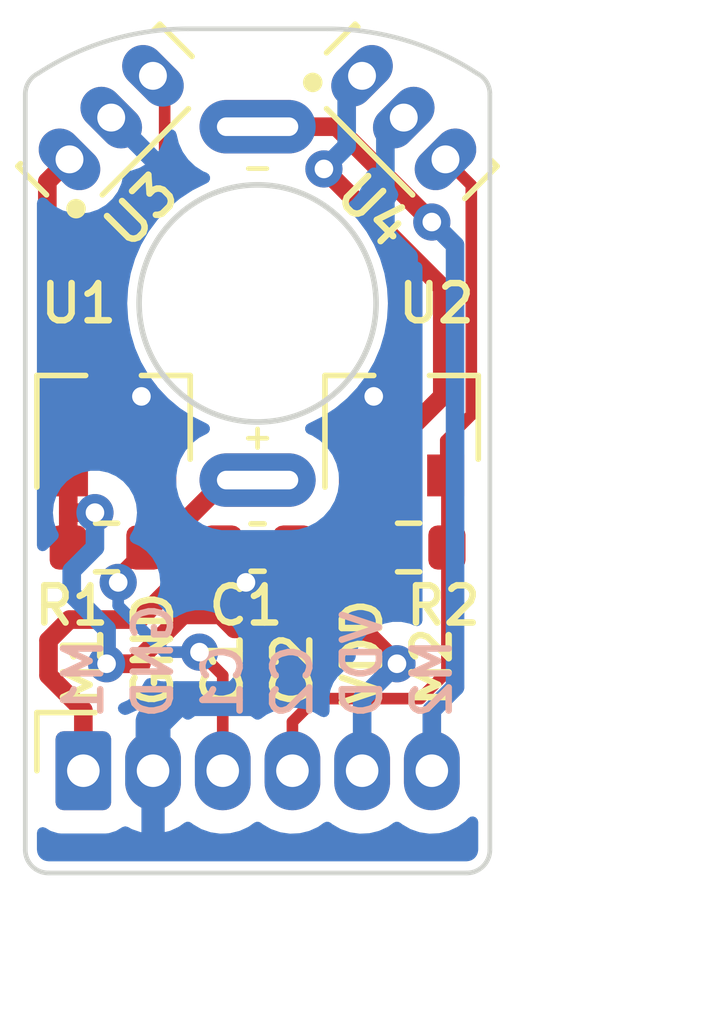
<source format=kicad_pcb>
(kicad_pcb (version 20221018) (generator pcbnew)
  (layers (0 "F.Cu" signal) (31 "B.Cu" signal) (34 "B.Paste" user) (35 "F.Paste" user) (36 "B.SilkS" user "B.Silkscreen") (37 "F.SilkS" user "F.Silkscreen") (38 "B.Mask" user) (39 "F.Mask" user) (44 "Edge.Cuts" user))
  (net 0 "")
  (net 1 "/M1")
  (net 2 "/M2")
  (net 3 "VDD")
  (net 4 "GND")
  (net 5 "/C1")
  (net 6 "/C2")
  (footprint "Capacitor_SMD:C_0603_1608Metric" (layer "F.Cu") (at 35 40.25 180)
    (fp_text reference "C1" (at 0.25 -1.25) (layer "F.SilkS") (effects (font (size 0.8 0.8) (thickness 0.14) bold)))
    (fp_text value "100nF")
    (fp_line (start -0.14058 -0.51) (end 0.14058 -0.51) (stroke (width 0.12)) (layer "F.SilkS"))
    (fp_line (start -0.14058 0.51) (end 0.14058 0.51) (stroke (width 0.12)) (layer "F.SilkS"))
    (pad "1" smd roundrect (at -0.775 0 180) (size 0.9 0.95) (layers "F.Cu" "F.Paste" "F.Mask") (net 3 "VDD"))
    (pad "2" smd roundrect (at 0.775 0 180) (size 0.9 0.95) (layers "F.Cu" "F.Paste" "F.Mask") (net 4 "GND"))
  )
  (footprint "Resistor_SMD:R_0603_1608Metric" (layer "F.Cu") (at 31.75 40.25)
    (fp_text reference "R1" (at -0.75 1.25) (layer "F.SilkS") (effects (font (size 0.8 0.8) (thickness 0.14) bold)))
    (fp_text value "10k")
    (fp_line (start -0.237258 -0.5225) (end 0.237258 -0.5225) (stroke (width 0.12)) (layer "F.SilkS"))
    (fp_line (start -0.237258 0.5225) (end 0.237258 0.5225) (stroke (width 0.12)) (layer "F.SilkS"))
    (pad "1" smd roundrect (at -0.825 0) (size 0.8 0.95) (layers "F.Cu" "F.Paste" "F.Mask") (net 3 "VDD"))
    (pad "2" smd roundrect (at 0.825 0) (size 0.8 0.95) (layers "F.Cu" "F.Paste" "F.Mask") (net 5 "/C1"))
  )
  (footprint "Package_TO_SOT_SMD:SC-59" (layer "F.Cu") (at 38.1 37.5 90)
    (fp_text reference "U2" (at 2.5 0.75) (layer "F.SilkS") (effects (font (size 0.8 0.8) (thickness 0.14) bold)))
    (fp_text value "TLE4946-2K")
    (fp_line (start -1.45 -1.65) (end 0.95 -1.65) (stroke (width 0.12)) (layer "F.SilkS"))
    (fp_line (start -0.85 1.65) (end 0.95 1.65) (stroke (width 0.12)) (layer "F.SilkS"))
    (fp_line (start 0.95 -1.65) (end 0.95 -0.6) (stroke (width 0.12)) (layer "F.SilkS"))
    (fp_line (start 0.95 1.65) (end 0.95 0.6) (stroke (width 0.12)) (layer "F.SilkS"))
    (pad "1" smd rect (at -1.2 -0.95 90) (size 0.9 0.8) (layers "F.Cu" "F.Paste" "F.Mask") (net 3 "VDD"))
    (pad "2" smd rect (at -1.2 0.95 90) (size 0.9 0.8) (layers "F.Cu" "F.Paste" "F.Mask") (net 6 "/C2"))
    (pad "3" smd rect (at 1.2 0 90) (size 0.9 0.8) (layers "F.Cu" "F.Paste" "F.Mask") (net 4 "GND"))
  )
  (footprint "n20-encoder:CHF-GW12T-N20VA" (layer "F.Cu") (at 35 35 90)
    (fp_text reference "M1" hide)
    (fp_text value "N20")
    (fp_circle (center 0 0) (end 2.55 0) (stroke (width 0.12)) (fill none) (layer "Edge.Cuts"))
    (pad "1" thru_hole oval locked (at -3.8 0 90) (size 1.15 2.5) (drill oval 0.4 1.75) (layers "*.Cu" "*.Mask") (net 1 "/M1"))
    (pad "2" thru_hole oval locked (at 3.8 0 90) (size 1.15 2.5) (drill oval 0.4 1.75) (layers "*.Cu" "*.Mask") (net 2 "/M2"))
  )
  (footprint "Package_TO_SOT_SMD:SC-59" (layer "F.Cu") (at 31.9 37.5 90)
    (fp_text reference "U1" (at 2.5 -0.75) (layer "F.SilkS") (effects (font (size 0.8 0.8) (thickness 0.14) bold)))
    (fp_text value "TLE4946-2K")
    (fp_line (start -1.45 -1.65) (end 0.95 -1.65) (stroke (width 0.12)) (layer "F.SilkS"))
    (fp_line (start -0.85 1.65) (end 0.95 1.65) (stroke (width 0.12)) (layer "F.SilkS"))
    (fp_line (start 0.95 -1.65) (end 0.95 -0.6) (stroke (width 0.12)) (layer "F.SilkS"))
    (fp_line (start 0.95 1.65) (end 0.95 0.6) (stroke (width 0.12)) (layer "F.SilkS"))
    (pad "1" smd rect (at -1.2 -0.95 90) (size 0.9 0.8) (layers "F.Cu" "F.Paste" "F.Mask") (net 3 "VDD"))
    (pad "2" smd rect (at -1.2 0.95 90) (size 0.9 0.8) (layers "F.Cu" "F.Paste" "F.Mask") (net 5 "/C1"))
    (pad "3" smd rect (at 1.2 0 90) (size 0.9 0.8) (layers "F.Cu" "F.Paste" "F.Mask") (net 4 "GND"))
  )
  (footprint "n20-encoder:SIP-3_4.1x1.5mm_P1.27mm" (layer "F.Cu") (at 30.951974 31.902063 45)
    (fp_text reference "U3" (at 0.318261 1.870978 45) (layer "F.SilkS") (effects (font (size 0.8 0.8) (thickness 0.14) bold)))
    (fp_text value "AH17x")
    (fp_line (start -0.89 -0.68) (end -0.89 0.19) (stroke (width 0.12)) (layer "F.SilkS"))
    (fp_line (start -0.81 -0.68) (end -0.89 -0.68) (stroke (width 0.12)) (layer "F.SilkS"))
    (fp_line (start -0.04 1.04) (end 2.58 1.04) (stroke (width 0.12)) (layer "F.SilkS"))
    (fp_line (start 3.25 -0.68) (end 3.43 -0.68) (stroke (width 0.12)) (layer "F.SilkS"))
    (fp_line (start 3.43 -0.68) (end 3.43 0.3) (stroke (width 0.12)) (layer "F.SilkS"))
    (fp_circle (center -0.65 0.85) (end -0.5 0.85) (stroke (width 0.12)) (fill solid) (layer "F.SilkS"))
    (pad "1" thru_hole oval (at 0 0 45) (size 0.9 1.5) (drill 0.6) (layers "*.Cu" "*.Mask") (net 3 "VDD"))
    (pad "2" thru_hole oval (at 1.27 0 45) (size 0.9 1.5) (drill 0.6) (layers "*.Cu" "*.Mask") (net 4 "GND"))
    (pad "3" thru_hole oval (at 2.54 0 45) (size 0.9 1.5) (drill 0.6) (layers "*.Cu" "*.Mask") (net 5 "/C1"))
  )
  (footprint "Resistor_SMD:R_0603_1608Metric" (layer "F.Cu") (at 38.25 40.25)
    (fp_text reference "R2" (at 0.75 1.25) (layer "F.SilkS") (effects (font (size 0.8 0.8) (thickness 0.14))))
    (fp_text value "10k")
    (fp_line (start -0.237258 -0.5225) (end 0.237258 -0.5225) (stroke (width 0.12)) (layer "F.SilkS"))
    (fp_line (start -0.237258 0.5225) (end 0.237258 0.5225) (stroke (width 0.12)) (layer "F.SilkS"))
    (pad "1" smd roundrect (at -0.825 0) (size 0.8 0.95) (layers "F.Cu" "F.Paste" "F.Mask") (net 3 "VDD"))
    (pad "2" smd roundrect (at 0.825 0) (size 0.8 0.95) (layers "F.Cu" "F.Paste" "F.Mask") (net 6 "/C2"))
  )
  (footprint "n20-encoder:JST_ZH_B6B-ZR-A_1x06_P1.50mm_Vertical" (layer "F.Cu") (at 31.25 45.05)
    (fp_text reference "J1" hide)
    (fp_text value "CONN")
    (fp_line (start -1 -1.25) (end -1 0) (stroke (width 0.12)) (layer "F.SilkS"))
    (fp_line (start 0.25 -1.25) (end -1 -1.25) (stroke (width 0.12)) (layer "F.SilkS"))
    (pad "1" thru_hole roundrect (at 0 0) (size 1.2 1.7) (drill 0.7) (layers "*.Cu" "*.Mask") (roundrect_rratio 0.147059) (net 1 "/M1"))
    (pad "2" thru_hole oval (at 1.5 0) (size 1.2 1.7) (drill 0.7) (layers "*.Cu" "*.Mask") (net 4 "GND"))
    (pad "3" thru_hole oval (at 3 0) (size 1.2 1.7) (drill 0.7) (layers "*.Cu" "*.Mask") (net 5 "/C1"))
    (pad "4" thru_hole oval (at 4.5 0) (size 1.2 1.7) (drill 0.7) (layers "*.Cu" "*.Mask") (net 6 "/C2"))
    (pad "5" thru_hole oval (at 6 0) (size 1.2 1.7) (drill 0.7) (layers "*.Cu" "*.Mask") (net 3 "VDD"))
    (pad "6" thru_hole oval (at 7.5 0) (size 1.2 1.7) (drill 0.7) (layers "*.Cu" "*.Mask") (net 2 "/M2"))
  )
  (footprint "n20-encoder:SIP-3_4.1x1.5mm_P1.27mm" (layer "F.Cu") (at 37.247936 30.106012 -45)
    (fp_text reference "U4" (at 2.224595 1.868122 135) (layer "F.SilkS") (effects (font (size 0.8 0.8) (thickness 0.14) bold)))
    (fp_text value "AH17x")
    (fp_line (start -0.89 -0.68) (end -0.89 0.19) (stroke (width 0.12)) (layer "F.SilkS"))
    (fp_line (start -0.81 -0.68) (end -0.89 -0.68) (stroke (width 0.12)) (layer "F.SilkS"))
    (fp_line (start -0.04 1.04) (end 2.58 1.04) (stroke (width 0.12)) (layer "F.SilkS"))
    (fp_line (start 3.25 -0.68) (end 3.43 -0.68) (stroke (width 0.12)) (layer "F.SilkS"))
    (fp_line (start 3.43 -0.68) (end 3.43 0.3) (stroke (width 0.12)) (layer "F.SilkS"))
    (fp_circle (center -0.65 0.85) (end -0.5 0.85) (stroke (width 0.12)) (fill solid) (layer "F.SilkS"))
    (pad "1" thru_hole oval (at 0 0 315) (size 0.9 1.5) (drill 0.6) (layers "*.Cu" "*.Mask") (net 3 "VDD"))
    (pad "2" thru_hole oval (at 1.27 0 315) (size 0.9 1.5) (drill 0.6) (layers "*.Cu" "*.Mask") (net 4 "GND"))
    (pad "3" thru_hole oval (at 2.54 0 315) (size 0.9 1.5) (drill 0.6) (layers "*.Cu" "*.Mask") (net 6 "/C2"))
  )
  (gr_line (start 34.8 37.9) (end 35.2 37.9) (stroke (width 0.1)) (layer "F.SilkS"))
  (gr_line (start 34.8 32.1) (end 35.2 32.1) (stroke (width 0.1)) (layer "F.SilkS"))
  (gr_line (start 35 37.7) (end 35 38.1) (stroke (width 0.1)) (layer "F.SilkS"))
  (gr_arc (start 39.723607 30.052786) (mid 39.925326 30.237134) (end 40 30.5) (stroke (width 0.1)) (layer "Edge.Cuts"))
  (gr_line (start 33.5 29.095209) (end 36.5 29.095209) (stroke (width 0.1)) (layer "Edge.Cuts"))
  (gr_line (start 30.5 47.25) (end 39.5 47.25) (stroke (width 0.1)) (layer "Edge.Cuts"))
  (gr_arc (start 30.5 47.25) (mid 30.146447 47.103553) (end 30 46.75) (stroke (width 0.1)) (layer "Edge.Cuts"))
  (gr_line (start 40 30.5) (end 40 46.75) (stroke (width 0.1)) (layer "Edge.Cuts"))
  (gr_arc (start 40 46.75) (mid 39.853553 47.103553) (end 39.5 47.25) (stroke (width 0.1)) (layer "Edge.Cuts"))
  (gr_line (start 30 30.5) (end 30 46.75) (stroke (width 0.1)) (layer "Edge.Cuts"))
  (gr_arc (start 30.276394 30.052787) (mid 31.818588 29.339664) (end 33.5 29.095209) (stroke (width 0.1)) (layer "Edge.Cuts"))
  (gr_arc (start 36.5 29.095209) (mid 38.181413 29.339664) (end 39.723606 30.052787) (stroke (width 0.1)) (layer "Edge.Cuts"))
  (gr_arc (start 30 30.5) (mid 30.074675 30.237134) (end 30.276393 30.052786) (stroke (width 0.1)) (layer "Edge.Cuts"))
  (gr_text "C2" (at 35.75 44 90) (layer "B.SilkS") (effects (font (size 0.8 0.8) (thickness 0.14) bold) (justify right mirror)))
  (gr_text "M1" (at 31.25 44 90) (layer "B.SilkS") (effects (font (size 0.8 0.8) (thickness 0.14) bold) (justify right mirror)))
  (gr_text "M2\n" (at 38.75 44 90) (layer "B.SilkS") (effects (font (size 0.8 0.8) (thickness 0.14) bold) (justify right mirror)))
  (gr_text "VDD" (at 37.25 44 90) (layer "B.SilkS") (effects (font (size 0.8 0.8) (thickness 0.14) bold) (justify right mirror)))
  (gr_text "C1" (at 34.25 44 90) (layer "B.SilkS") (effects (font (size 0.8 0.8) (thickness 0.14) bold) (justify right mirror)))
  (gr_text "GND" (at 32.75 44 90) (layer "B.SilkS") (effects (font (size 0.8 0.8) (thickness 0.14) bold) (justify right mirror)))
  (gr_text "M1" (at 31.25 43.75 90) (layer "F.SilkS") (effects (font (size 0.8 0.8) (thickness 0.14) bold) (justify left)))
  (gr_text "C2" (at 35.75 43.75 90) (layer "F.SilkS") (effects (font (size 0.8 0.8) (thickness 0.14) bold) (justify left)))
  (gr_text "GND" (at 32.75 43.75 90) (layer "F.SilkS") (effects (font (size 0.8 0.8) (thickness 0.14) bold) (justify left)))
  (gr_text "M2\n" (at 38.75 43.75 90) (layer "F.SilkS") (effects (font (size 0.8 0.8) (thickness 0.14) bold) (justify left)))
  (gr_text "C1" (at 34.25 43.75 90) (layer "F.SilkS") (effects (font (size 0.8 0.8) (thickness 0.14) bold) (justify left)))
  (gr_text "VDD" (at 37.25 43.75 90) (layer "F.SilkS") (effects (font (size 0.8 0.8) (thickness 0.14) bold) (justify left)))
  (segment (start 34.316117 38.8) (end 33.375 39.741117) (width 0.4) (layer "F.Cu") (net 1))
  (segment (start 30.5 43) (end 31.25 43.75) (width 0.4) (layer "F.Cu") (net 1))
  (segment (start 33.375 40.875) (end 32.45 41.8) (width 0.4) (layer "F.Cu") (net 1))
  (segment (start 30.5 42.25) (end 30.5 43) (width 0.4) (layer "F.Cu") (net 1))
  (segment (start 32.45 41.8) (end 30.95 41.8) (width 0.4) (layer "F.Cu") (net 1))
  (segment (start 31.25 43.75) (end 31.25 45.05) (width 0.4) (layer "F.Cu") (net 1))
  (segment (start 35 38.8) (end 34.316117 38.8) (width 0.4) (layer "F.Cu") (net 1))
  (segment (start 30.95 41.8) (end 30.5 42.25) (width 0.4) (layer "F.Cu") (net 1))
  (segment (start 33.375 39.741117) (end 33.375 40.875) (width 0.4) (layer "F.Cu") (net 1))
  (segment (start 36.7 31.2) (end 35 31.2) (width 0.4) (layer "F.Cu") (net 2))
  (segment (start 38.75 33.25) (end 36.7 31.2) (width 0.4) (layer "F.Cu") (net 2))
  (via (at 38.75 33.25) (size 0.8) (drill 0.4) (layers "F.Cu" "B.Cu") (net 2))
  (segment (start 39.25 43.25) (end 39.25 33.75) (width 0.4) (layer "B.Cu") (net 2))
  (segment (start 39.25 43.25) (end 38.75 43.75) (width 0.4) (layer "B.Cu") (net 2))
  (segment (start 39.25 33.75) (end 38.75 33.25) (width 0.4) (layer "B.Cu") (net 2))
  (segment (start 38.75 43.75) (end 38.75 45.05) (width 0.4) (layer "B.Cu") (net 2))
  (segment (start 30.925 40.25) (end 30.925 39.5) (width 0.4) (layer "F.Cu") (net 3))
  (segment (start 37.425 39.675) (end 37.425 40.25) (width 0.4) (layer "F.Cu") (net 3))
  (segment (start 31.75 42.75) (end 32.5 42.75) (width 0.4) (layer "F.Cu") (net 3))
  (segment (start 32.348528 42.75) (end 33.398528 41.7) (width 0.4) (layer "F.Cu") (net 3))
  (segment (start 35.775 41.975) (end 35.75 42) (width 0.4) (layer "F.Cu") (net 3))
  (segment (start 34.2 41.7) (end 34.5 42) (width 0.4) (layer "F.Cu") (net 3))
  (segment (start 37.15 39.4) (end 37.425 39.675) (width 0.4) (layer "F.Cu") (net 3))
  (segment (start 36.427817 32.107981) (end 38.975 34.655164) (width 0.4) (layer "F.Cu") (net 3))
  (segment (start 37.15 38.7) (end 37.15 39.4) (width 0.4) (layer "F.Cu") (net 3))
  (segment (start 37.25 42) (end 38 42.75) (width 0.4) (layer "F.Cu") (net 3))
  (segment (start 35.775 40.25) (end 35.775 41.975) (width 0.4) (layer "F.Cu") (net 3))
  (segment (start 30.95 37.95) (end 30.475 37.475) (width 0.4) (layer "F.Cu") (net 3))
  (segment (start 35.775 40.25) (end 37.425 40.25) (width 0.4) (layer "F.Cu") (net 3))
  (segment (start 35.75 42) (end 37.25 42) (width 0.4) (layer "F.Cu") (net 3))
  (segment (start 30.925 38.725) (end 30.95 38.7) (width 0.4) (layer "F.Cu") (net 3))
  (segment (start 30.925 39.5) (end 30.925 38.725) (width 0.4) (layer "F.Cu") (net 3))
  (segment (start 30.475 32.379037) (end 30.951974 31.902063) (width 0.4) (layer "F.Cu") (net 3))
  (segment (start 38.975 34.655164) (end 38.975 37) (width 0.4) (layer "F.Cu") (net 3))
  (segment (start 37.15 38.7) (end 37.275 38.7) (width 0.4) (layer "F.Cu") (net 3))
  (segment (start 33.398528 41.7) (end 34.2 41.7) (width 0.4) (layer "F.Cu") (net 3))
  (segment (start 30.475 37.475) (end 30.475 32.379037) (width 0.4) (layer "F.Cu") (net 3))
  (segment (start 34.5 42) (end 35.75 42) (width 0.4) (layer "F.Cu") (net 3))
  (segment (start 30.95 38.7) (end 30.95 37.95) (width 0.4) (layer "F.Cu") (net 3))
  (segment (start 37.275 38.7) (end 38.975 37) (width 0.4) (layer "F.Cu") (net 3))
  (segment (start 31.75 42.75) (end 32.348528 42.75) (width 0.4) (layer "F.Cu") (net 3))
  (segment (start 31.5 39.5) (end 30.925 39.5) (width 0.4) (layer "F.Cu") (net 3))
  (via (at 31.75 42.75) (size 0.8) (drill 0.4) (layers "F.Cu" "B.Cu") (net 3))
  (via (at 31.5 39.5) (size 0.8) (drill 0.4) (layers "F.Cu" "B.Cu") (net 3))
  (via (at 38 42.75) (size 0.8) (drill 0.4) (layers "F.Cu" "B.Cu") (net 3))
  (via (at 36.427817 32.107981) (size 0.8) (drill 0.4) (layers "F.Cu" "B.Cu") (net 3))
  (segment (start 37.25 45.05) (end 37.25 43.5) (width 0.4) (layer "B.Cu") (net 3))
  (segment (start 36.427817 32.107981) (end 36.917637 31.618161) (width 0.4) (layer "B.Cu") (net 3))
  (segment (start 36.917637 30.436311) (end 37.247936 30.106012) (width 0.4) (layer "B.Cu") (net 3))
  (segment (start 31.75 42.75) (end 31.75 42) (width 0.4) (layer "B.Cu") (net 3))
  (segment (start 36.917637 31.618161) (end 36.917637 30.436311) (width 0.4) (layer "B.Cu") (net 3))
  (segment (start 31 41.25) (end 31 40.75) (width 0.4) (layer "B.Cu") (net 3))
  (segment (start 31 40.75) (end 31.5 40.25) (width 0.4) (layer "B.Cu") (net 3))
  (segment (start 37.25 43.5) (end 38 42.75) (width 0.4) (layer "B.Cu") (net 3))
  (segment (start 31.75 42) (end 31 41.25) (width 0.4) (layer "B.Cu") (net 3))
  (segment (start 31.5 40.25) (end 31.5 39.5) (width 0.4) (layer "B.Cu") (net 3))
  (segment (start 31.9 36.3) (end 31.9 36.4) (width 0.4) (layer "F.Cu") (net 4))
  (segment (start 38.1 36.4) (end 37.5 37) (width 0.4) (layer "F.Cu") (net 4))
  (segment (start 34.225 40.25) (end 34.225 40.475) (width 0.4) (layer "F.Cu") (net 4))
  (segment (start 38.1 36.3) (end 38.1 36.4) (width 0.4) (layer "F.Cu") (net 4))
  (segment (start 31.9 36.4) (end 32.5 37) (width 0.4) (layer "F.Cu") (net 4))
  (segment (start 34.225 40.475) (end 34.75 41) (width 0.4) (layer "F.Cu") (net 4))
  (via (at 32.5 37) (size 0.8) (drill 0.4) (layers "F.Cu" "B.Cu") (net 4))
  (via (at 37.5 37) (size 0.8) (drill 0.4) (layers "F.Cu" "B.Cu") (net 4))
  (via (at 34.75 41) (size 0.8) (drill 0.4) (layers "F.Cu" "B.Cu") (net 4))
  (segment (start 37.75 33.5) (end 38.25 34) (width 0.4) (layer "B.Cu") (net 4))
  (segment (start 38.25 34) (end 38.25 34.75) (width 0.4) (layer "B.Cu") (net 4))
  (segment (start 33.25 43.5) (end 35 43.5) (width 0.75) (layer "B.Cu") (net 4))
  (segment (start 37.75 33.5) (end 37.75 31.4) (width 0.4) (layer "B.Cu") (net 4))
  (segment (start 32.75 45.05) (end 32.75 44) (width 0.75) (layer "B.Cu") (net 4))
  (segment (start 31.85 31.004037) (end 32.806951 31.960988) (width 0.4) (layer "B.Cu") (net 4))
  (segment (start 37.75 31.4) (end 38.145962 31.004038) (width 0.4) (layer "B.Cu") (net 4))
  (segment (start 32.75 44) (end 33.25 43.5) (width 0.75) (layer "B.Cu") (net 4))
  (segment (start 32 40.825) (end 32.575 40.25) (width 0.25) (layer "F.Cu") (net 5))
  (segment (start 32.45 38.7) (end 31 37.25) (width 0.25) (layer "F.Cu") (net 5))
  (segment (start 31 37.25) (end 31 34.25) (width 0.25) (layer "F.Cu") (net 5))
  (segment (start 34.25 43) (end 33.75 42.5) (width 0.25) (layer "F.Cu") (net 5))
  (segment (start 32.575 39.675) (end 32.85 39.4) (width 0.25) (layer "F.Cu") (net 5))
  (segment (start 33 32.25) (end 33 30.357987) (width 0.25) (layer "F.Cu") (net 5))
  (segment (start 31 34.25) (end 33 32.25) (width 0.25) (layer "F.Cu") (net 5))
  (segment (start 32.85 38.7) (end 32.45 38.7) (width 0.25) (layer "F.Cu") (net 5))
  (segment (start 32.575 40.25) (end 32.575 39.675) (width 0.25) (layer "F.Cu") (net 5))
  (segment (start 32.85 39.4) (end 32.85 38.7) (width 0.25) (layer "F.Cu") (net 5))
  (segment (start 34.25 45.05) (end 34.25 43) (width 0.25) (layer "F.Cu") (net 5))
  (segment (start 32 41) (end 32 40.825) (width 0.25) (layer "F.Cu") (net 5))
  (segment (start 33 30.357987) (end 32.748025 30.106012) (width 0.25) (layer "F.Cu") (net 5))
  (via (at 33.75 42.5) (size 0.8) (drill 0.4) (layers "F.Cu" "B.Cu") (net 5))
  (via (at 32 41) (size 0.8) (drill 0.4) (layers "F.Cu" "B.Cu") (net 5))
  (segment (start 32 41.5) (end 32 41) (width 0.25) (layer "B.Cu") (net 5))
  (segment (start 33 42.5) (end 32 41.5) (width 0.25) (layer "B.Cu") (net 5))
  (segment (start 33.75 42.5) (end 33 42.5) (width 0.25) (layer "B.Cu") (net 5))
  (segment (start 36.25 43.5) (end 35.75 44) (width 0.25) (layer "F.Cu") (net 6))
  (segment (start 39.05 37.95) (end 39.6 37.4) (width 0.25) (layer "F.Cu") (net 6))
  (segment (start 39.075 42.925) (end 38.5 43.5) (width 0.25) (layer "F.Cu") (net 6))
  (segment (start 39.6 32.458076) (end 39.043987 31.902063) (width 0.25) (layer "F.Cu") (net 6))
  (segment (start 39.6 37.4) (end 39.6 32.458076) (width 0.25) (layer "F.Cu") (net 6))
  (segment (start 39.075 40.25) (end 39.075 38.725) (width 0.25) (layer "F.Cu") (net 6))
  (segment (start 39.075 38.725) (end 39.05 38.7) (width 0.25) (layer "F.Cu") (net 6))
  (segment (start 39.075 40.25) (end 39.075 42.925) (width 0.25) (layer "F.Cu") (net 6))
  (segment (start 35.75 44) (end 35.75 45.05) (width 0.25) (layer "F.Cu") (net 6))
  (segment (start 38.5 43.5) (end 36.25 43.5) (width 0.25) (layer "F.Cu") (net 6))
  (segment (start 39.05 38.7) (end 39.05 37.95) (width 0.25) (layer "F.Cu") (net 6))
  (zone (net 4) (net_name "GND") (layer "B.Cu") (connect_pads (clearance 0.5)) (min_thickness 0.25) (fill yes (thermal_gap 0.5) (thermal_bridge_width 0.5))
    (polygon (pts (xy 30 47.25) (xy 40 47.25) (xy 40 29) (xy 30 29)))
  )
)
</source>
